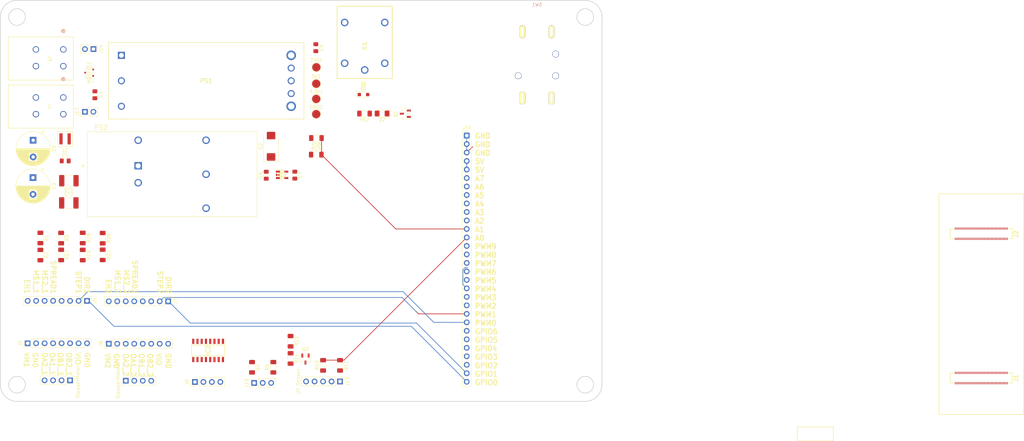
<source format=kicad_pcb>
(kicad_pcb (version 20221018) (generator pcbnew)
  (layers (0 "F.Cu" signal) (31 "B.Cu" signal) (34 "B.Paste" user) (35 "F.Paste" user) (36 "B.SilkS" user "B.Silkscreen") (37 "F.SilkS" user "F.Silkscreen") (38 "B.Mask" user) (39 "F.Mask" user) (44 "Edge.Cuts" user))
  (net 0 "")
  (net 4 "Net-(PS2-VIN)")
  (net 8 "+5V")
  (net 9 "GND")
  (net 11 "+3.3V")
  (net 12 "BATT_VIN")
  (net 13 "BATT_GND")
  (net 14 "+24V")
  (net 15 "Net-(D1-A)")
  (net 115 "VCC")
  (net 137 "GPIO_2")
  (net 139 "GPIO_3")
  (net 141 "GPIO_4")
  (net 143 "GPIO_5")
  (net 145 "GPIO_6")
  (net 146 "PWM_0")
  (net 147 "PWM_5")
  (net 148 "PWM_1")
  (net 149 "PWM_6")
  (net 150 "PWM_2")
  (net 151 "PWM_7")
  (net 152 "PWM_3")
  (net 153 "PWM_8")
  (net 154 "PWM_4")
  (net 155 "PWM_9")
  (net 158 "ANALOG_A0")
  (net 159 "ANALOG_A4")
  (net 160 "ANALOG_A1")
  (net 161 "ANALOG_A5")
  (net 162 "ANALOG_A2")
  (net 163 "ANALOG_A6")
  (net 164 "ANALOG_A3")
  (net 165 "ANALOG_A7")
  (net 170 "DIR1")
  (net 171 "SPREAD1")
  (net 172 "MS2_1")
  (net 173 "MS1_1")
  (net 174 "EN1")
  (net 175 "OA2_1")
  (net 176 "OA1_1")
  (net 177 "OB1_1")
  (net 178 "OB2_1")
  (net 179 "DIR2")
  (net 180 "OA2_2")
  (net 181 "OA1_2")
  (net 182 "OB1_2")
  (net 183 "OB2_2")
  (net 184 "Net-(D2-A)")
  (net 185 "VM")
  (net 186 "Net-(K1-COM)")
  (net 201 "Net-(J10-Pin_1)")
  (net 202 "Net-(J10-Pin_3)")
  (net 203 "Net-(J13-Pin_3)")
  (net 210 "Net-(J14-Pin_2)")
  (net 211 "Net-(J13-Pin_5)")
  (footprint "Capacitor_Tantalum_SMD:CP_EIA-7343-15_Kemet-W_Pad2.25x2.55mm_HandSolder" (layer "F.Cu") (at 147.5125 89.98 90)
    (fp_text reference "C2")
    (fp_text value "470uF, 10V")
  )
  (footprint "Connector_PinHeader_2.54mm:PinHeader_1x08_P2.54mm_Vertical" (layer "F.Cu") (at 98.955 149.07 90)
    (fp_text reference "J8")
    (fp_text value "StepperDriver4")
  )
  (footprint "Resistor_SMD:R_1206_3216Metric_Pad1.30x1.75mm_HandSolder" (layer "F.Cu") (at 153.35 148.31 -90)
    (fp_text reference "R13")
    (fp_text value "R")
  )
  (footprint "Resistor_SMD:R_1206_3216Metric_Pad1.30x1.75mm_HandSolder" (layer "F.Cu") (at 175.48 80.1925 180)
    (fp_text reference "R12")
    (fp_text value "150ohm, 0.05w, min")
  )
  (footprint "Capacitor_SMD:C_1812_4532Metric_Pad1.57x3.40mm_HandSolder" (layer "F.Cu") (at 87.0025 106.93)
    (fp_text reference "CY2")
    (fp_text value "1nF, 2kV")
  )
  (footprint "Connector_PinHeader_2.54mm:PinHeader_1x08_P2.54mm_Vertical" (layer "F.Cu") (at 116.735 136.37 -90)
    (fp_text reference "J7")
    (fp_text value "StepperDriver3")
  )
  (footprint "TLV75533PDBVR:SOT95P280X145-5N" (layer "F.Cu") (at 150.8125 98.54)
    (fp_text reference "IC1")
    (fp_text value "TLV75533PDBVR" hide)
  )
  (footprint "MC1413DR2G:SOIC127P600X175-16N" (layer "F.Cu") (at 128.67 151.07 -90)
    (fp_text reference "IC2")
    (fp_text value "MC1413DR2G" hide)
  )
  (footprint "Resistor_SMD:R_1206_3216Metric_Pad1.30x1.75mm_HandSolder" (layer "F.Cu") (at 91.16 117.425 -90)
    (fp_text reference "R18")
    (fp_text value "R")
  )
  (footprint "Connector_PinHeader_2.54mm:PinHeader_1x05_P2.54mm_Vertical" (layer "F.Cu") (at 168.15 160.35 -90)
    (fp_text reference "J13")
    (fp_text value "UT Sensor")
  )
  (footprint "TestPoint:TestPoint_Pad_D2.5mm" (layer "F.Cu") (at 161.0225 80.37)
    (fp_text reference "GND1")
    (fp_text value "TestPoint")
  )
  (footprint "Capacitor_SMD:C_0805_2012Metric_Pad1.18x1.45mm_HandSolder" (layer "F.Cu") (at 146.0725 98.64 90)
    (fp_text reference "C6")
    (fp_text value "1uF, 10V")
  )
  (footprint "XGL4018-472MEC:IND_XGL4018_COC-M" (layer "F.Cu") (at 85.8825 87.76)
    (fp_text reference "L1")
    (fp_text value "4.7uH, 3.1A (4.7UH, 3.3)")
  )
  (footprint "Connector_PinHeader_2.54mm:PinHeader_1x02_P2.54mm_Vertical" (layer "F.Cu") (at 94.3675 60.91 -90)
    (fp_text reference "J14")
    (fp_text value "BATT VIN JUMPER")
  )
  (footprint "Capacitor_THT:CP_Radial_D10.0mm_P5.00mm" (layer "F.Cu") (at 76.3325 88.182323 -90)
    (fp_text reference "C0")
    (fp_text value "330uF, 50V")
  )
  (footprint "BSS806NH6327XTSA1:BSS806NH6327XTSA1" (layer "F.Cu") (at 157.8 153.65 180)
    (fp_text reference "Q2")
    (fp_text value "BSS806NH6327XTSA1" hide)
  )
  (footprint "Connector_PinHeader_2.54mm:PinHeader_1x03_P2.54mm_Vertical" (layer "F.Cu") (at 142.46 160.79 90)
    (fp_text reference "J10")
    (fp_text value "Limit Switch")
  )
  (footprint "Resistor_SMD:R_1206_3216Metric_Pad1.30x1.75mm_HandSolder" (layer "F.Cu") (at 161.09 87.52 180)
    (fp_text reference "R16")
    (fp_text value "R")
  )
  (footprint "Capacitor_SMD:C_0805_2012Metric_Pad1.18x1.45mm_HandSolder" (layer "F.Cu") (at 94.8025 74.57 -90)
    (fp_text reference "C4")
    (fp_text value "1uF, 50v")
  )
  (footprint "Resistor_SMD:R_1206_3216Metric_Pad1.30x1.75mm_HandSolder" (layer "F.Cu") (at 163.07 155.53 90)
    (fp_text reference "R10")
    (fp_text value "R")
  )
  (footprint "Capacitor_SMD:C_0805_2012Metric_Pad1.18x1.45mm_HandSolder" (layer "F.Cu") (at 154.6125 98.62 -90)
    (fp_text reference "C7")
    (fp_text value "1uF, 10V")
  )
  (footprint "TestPoint:TestPoint_Pad_D2.5mm" (layer "F.Cu") (at 161.0225 75.82)
    (fp_text reference "3.3V1")
    (fp_text value "TestPoint")
  )
  (footprint "DF40HC(3.5)-80DS-0.4V(51):DF40HC3580DS04V58" (layer "F.Cu") (at 360.01 159.32)
    (fp_text reference "J1")
    (fp_text value "DF40HC3.5-80DS-0.4V51" hide)
  )
  (footprint "Resistor_SMD:R_1206_3216Metric_Pad1.30x1.75mm_HandSolder" (layer "F.Cu") (at 84.7 117.45 -90)
    (fp_text reference "R3")
    (fp_text value "R")
  )
  (footprint "PYBE20-Q24-S5:CONV_PYBE20-Q24-S5" (layer "F.Cu") (at 117.91 98.35)
    (fp_text reference "PS2")
    (fp_text value "PYBE20-Q24-S5")
  )
  (footprint "BSS806NH6327XTSA1:BSS806NH6327XTSA1" (layer "F.Cu") (at 187.68 80.2425 90)
    (fp_text reference "Q1")
    (fp_text value "BSS806NH6327XTSA1" hide)
  )
  (footprint "Resistor_SMD:R_1206_3216Metric_Pad1.30x1.75mm_HandSolder" (layer "F.Cu") (at 78.49 117.42 -90)
    (fp_text reference "R1")
    (fp_text value "R")
  )
  (footprint "Connector_PinHeader_2.54mm:PinHeader_1x08_P2.54mm_Vertical" (layer "F.Cu") (at 74.68 148.93 90)
    (fp_text reference "J6")
    (fp_text value "StepperDriver2")
  )
  (footprint "Connector_PinHeader_2.54mm:PinHeader_1x30_P2.54mm_Vertical" (layer "F.Cu") (at 206.05 86.78)
    (fp_text reference "J16")
    (fp_text value "Conn_01x30_Pin")
  )
  (footprint "Connector_PinHeader_2.54mm:PinHeader_1x04_P2.54mm_Vertical" (layer "F.Cu") (at 124.72 160.5 90)
    (fp_text reference "J9")
    (fp_text value "STATE LED")
  )
  (footprint "SSM3J355R_LF:SOT-23F_TOS" (layer "F.Cu") (at 93.0925 67.959999 90)
    (fp_text reference "MOSFET1")
    (fp_text value "SSM3J355R_LF")
  )
  (footprint "Connector_PinHeader_2.54mm:PinHeader_1x04_P2.54mm_Vertical" (layer "F.Cu") (at 104.045 160.133572 90)
    (fp_text reference "StepperMotor2")
    (fp_text value "StepperMotor2")
  )
  (footprint "Diode_SMD:D_1206_3216Metric_Pad1.42x1.75mm_HandSolder" (layer "F.Cu") (at 180.7275 80.1825 180)
    (fp_text reference "D2")
    (fp_text value "QTLP650C2TR")
  )
  (footprint "Diode_SMD:D_SOD-323_HandSoldering" (layer "F.Cu") (at 175.17 74.5125)
    (fp_text reference "D1")
    (fp_text value "BAT20JFILM")
  )
  (footprint "TestPoint:TestPoint_Pad_D2.5mm" (layer "F.Cu") (at 161.0225 71.27)
    (fp_text reference "5V1")
    (fp_text value "TestPoint")
  )
  (footprint "UWE-245-Q12PB-C:UWE245Q12PBC" (layer "F.Cu") (at 102.7325 62.78)
    (fp_text reference "PS1")
    (fp_text value "UWE-24_5-Q12PB-C" hide)
  )
  (footprint "Capacitor_SMD:C_1812_4532Metric_Pad1.57x3.40mm_HandSolder" (layer "F.Cu") (at 87.0225 100.29 180)
    (fp_text reference "CY1")
    (fp_text value "1nF, 2kV")
  )
  (footprint "Resistor_SMD:R_1206_3216Metric_Pad1.30x1.75mm_HandSolder" (layer "F.Cu") (at 161.03 92.48)
    (fp_text reference "R15")
    (fp_text value "R")
  )
  (footprint "Resistor_SMD:R_1206_3216Metric_Pad1.30x1.75mm_HandSolder" (layer "F.Cu") (at 97.13 117.48 -90)
    (fp_text reference "R20")
    (fp_text value "R")
  )
  (footprint "Resistor_SMD:R_1206_3216Metric_Pad1.30x1.75mm_HandSolder" (layer "F.Cu") (at 78.49 122.53 -90)
    (fp_text reference "R2")
    (fp_text value "R")
  )
  (footprint "Connector_PinHeader_2.54mm:PinHeader_1x04_P2.54mm_Vertical" (layer "F.Cu") (at 87.37 160.02 -90)
    (fp_text reference "StepperMotor1")
    (fp_text value "StepperMotor1")
  )
  (footprint "2604-1102:2604-1102" (layer "F.Cu") (at 85.352499 61.01 -90)
    (fp_text reference "J3")
    (fp_text value "+BATT")
  )
  (footprint "2604-1102:2604-1102" (layer "F.Cu") (at 85.352499 75.379899 -90)
    (fp_text reference "J4")
    (fp_text value "-BATT")
  )
  (footprint "G5LE-14-DC5:G5LE-14_SPDT" (layer "F.Cu") (at 181.53 65.15 90)
    (fp_text reference "K1")
    (fp_text value "G5LE-14-DC5" hide)
  )
  (footprint "TestPoint:TestPoint_Pad_D2.5mm" (layer "F.Cu") (at 161.0625 66.35)
    (fp_text reference "24V1")
    (fp_text value "TestPoint")
  )
  (footprint "Connector_PinHeader_2.54mm:PinHeader_1x08_P2.54mm_Vertical" (layer "F.Cu") (at 92.46 136.23 -90)
    (fp_text reference "J5")
    (fp_text value "StepperDriver1")
  )
  (footprint "Capacitor_SMD:C_0805_2012Metric_Pad1.18x1.45mm_HandSolder" (layer "F.Cu") (at 85.9225 94.36)
    (fp_text reference "C1")
    (fp_text value "1uF, 50v")
  )
  (footprint "Resistor_SMD:R_1206_3216Metric_Pad1.30x1.75mm_HandSolder" (layer "F.Cu") (at 91.16 122.525 -90)
    (fp_text reference "R19")
    (fp_text value "R")
  )
  (footprint "Connector_PinHeader_2.54mm:PinHeader_1x02_P2.54mm_Vertical" (layer "F.Cu") (at 91.8175 79.67 90)
    (fp_text reference "J17")
    (fp_text value "GND JUMPER")
  )
  (footprint "Resistor_SMD:R_1206_3216Metric_Pad1.30x1.75mm_HandSolder" (layer "F.Cu") (at 84.7 122.5 -90)
    (fp_text reference "R17")
    (fp_text value "R")
  )
  (footprint "Capacitor_THT:CP_Radial_D10.0mm_P5.00mm" (layer "F.Cu") (at 76.2825 99.372323 -90)
    (fp_text reference "C3")
    (fp_text value "330uF, 50V")
  )
  (footprint "DF40HC(3.5)-80DS-0.4V(51):DF40HC3580DS04V58" (layer "F.Cu") (at 360.01 116.14)
    (fp_text reference "J2")
    (fp_text value "DF40HC3.5-80DS-0.4V51" hide)
  )
  (footprint "Resistor_SMD:R_1206_3216Metric_Pad1.30x1.75mm_HandSolder" (layer "F.Cu") (at 153.35 153.46 -90)
    (fp_text reference "R14")
    (fp_text value "R")
  )
  (footprint "Resistor_SMD:R_1206_3216Metric_Pad1.30x1.75mm_HandSolder" (layer "F.Cu") (at 148.19 156.1 90)
    (fp_text reference "R5")
    (fp_text value "R")
  )
  (footprint "Resistor_SMD:R_1206_3216Metric_Pad1.30x1.75mm_HandSolder" (layer "F.Cu") (at 168.15 155.53 -90)
    (fp_text reference "R11")
    (fp_text value "R")
  )
  (footprint "Capacitor_SMD:C_0805_2012Metric_Pad1.18x1.45mm_HandSolder" (layer "F.Cu") (at 160.9025 60.49 -90)
    (fp_text reference "C5")
    (fp_text value "1uF, 50v")
  )
  (footprint "Resistor_SMD:R_1206_3216Metric_Pad1.30x1.75mm_HandSolder" (layer "F.Cu") (at 97.13 122.47 -90)
    (fp_text reference "R21")
    (fp_text value "R")
  )
  (footprint "Resistor_SMD:R_1206_3216Metric_Pad1.30x1.75mm_HandSolder" (layer "F.Cu") (at 141.82 156.1 -90)
    (fp_text reference "R4")
    (fp_text value "10k")
  )
  (footprint "XA1E-BV302-R:XA1E-BV302-R" (layer "B.Cu") (at 227.06 65.64 180)
    (fp_text reference "SW1")
    (fp_text value "XA1E-BV302-R")
  )
  (gr_rect (start 347.31 104.21) (end 372.71 170.25) (stroke (width 0.2)) (fill none) (layer "F.SilkS"))
  (gr_rect (start 315.74 178.14) (end 304.95 173.94) (stroke (width 0.2)) (fill none) (layer "F.SilkS"))
  (gr_line (start 66.51 161.32) (end 66.51 51.32) (stroke (width 0.2)) (layer "Edge.Cuts"))
  (gr_circle (center 71.51 161.32) (end 74.01 161.32) (stroke (width 0.2)) (fill none) (layer "Edge.Cuts"))
  (gr_arc (start 71.51 166.32) (mid 67.974466 164.855534) (end 66.51 161.32) (stroke (width 0.2)) (layer "Edge.Cuts"))
  (gr_arc (start 66.51 51.32) (mid 67.974466 47.784466) (end 71.51 46.32) (stroke (width 0.2)) (layer "Edge.Cuts"))
  (gr_circle (center 246.51 166.32) (end 246.52 166.32) (stroke (width 0.0001)) (fill solid) (layer "Edge.Cuts"))
  (gr_arc (start 241.51 46.32) (mid 245.045534 47.784466) (end 246.51 51.32) (stroke (width 0.2)) (layer "Edge.Cuts"))
  (gr_circle (center 241.51 51.32) (end 244.01 51.32) (stroke (width 0.2)) (fill none) (layer "Edge.Cuts"))
  (gr_circle (center 241.51 161.32) (end 244.01 161.32) (stroke (width 0.2)) (fill none) (layer "Edge.Cuts"))
  (gr_line (start 246.51 161.32) (end 246.51 51.32) (stroke (width 0.2)) (layer "Edge.Cuts"))
  (gr_circle (center 71.51 51.32) (end 74.01 51.32) (stroke (width 0.2)) (fill none) (layer "Edge.Cuts"))
  (gr_line (start 71.51 166.32) (end 241.51 166.32) (stroke (width 0.2)) (layer "Edge.Cuts"))
  (gr_circle (center 66.51 166.32) (end 66.52 166.32) (stroke (width 0.0001)) (fill solid) (layer "Edge.Cuts"))
  (gr_line (start 71.51 46.32) (end 241.51 46.32) (stroke (width 0.2)) (layer "Edge.Cuts"))
  (gr_arc (start 246.51 161.32) (mid 245.045534 164.855534) (end 241.51 166.32) (stroke (width 0.2)) (layer "Edge.Cuts"))
  (gr_circle (center 66.51 46.32) (end 66.52 46.32) (stroke (width 0.0001)) (fill solid) (layer "Edge.Cuts"))
  (gr_text "OA1_2" (at 105.415 151.75 -90) (layer "F.SilkS") (effects (font (size 1.5 1.5) (thickness 0.3) bold) (justify left bottom)))
  (gr_text "DIR1" (at 91.53 128.797142 -90) (layer "F.SilkS") (effects (font (size 1.5 1.5) (thickness 0.3) bold) (justify left bottom)))
  (gr_text "MS1_2" (at 100.725 126.764287 -90) (layer "F.SilkS") (effects (font (size 1.5 1.5) (thickness 0.3) bold) (justify left bottom)))
  (gr_text "STEP1" (at 89.02 127.082857 -90) (layer "F.SilkS") (effects (font (size 1.5 1.5) (thickness 0.3) bold) (justify left bottom)))
  (gr_text "VIO" (at 88.77 151.49 -90) (layer "F.SilkS") (effects (font (size 1.5 1.5) (thickness 0.3) bold) (justify left bottom)))
  (gr_text "DIR2" (at 115.925 128.764286 -90) (layer "F.SilkS") (effects (font (size 1.5 1.5) (thickness 0.3) bold) (justify left bottom)))
  (gr_text "EN1" (at 73.61 129.582856 -90) (layer "F.SilkS") (effects (font (size 1.5 1.5) (thickness 0.3) bold) (justify left bottom)))
  (gr_text "OB1_2" (at 107.865 151.75 -90) (layer "F.SilkS") (effects (font (size 1.5 1.5) (thickness 0.3) bold) (justify left bottom)))
  (gr_text "SPREAD1" (at 81.47 123.94 -90) (layer "F.SilkS") (effects (font (size 1.5 1.5) (thickness 0.3) bold) (justify left bottom)))
  (gr_text "GND\nGND\nGND\n5V\n5V\nA7\nA6\nA5\nA4\nA3\nA2\nA1\nA0\nPWM9\nPWM8\nPWM7\nPWM6\nPWM5\nPWM4\nPWM3\nPWM2\nPWM1\nPWM0\nGPIO6\nGPIO5\nGPI04\nGPIO3\nGPIO2\nGPIO1\nGPIO0" (at 208.37 161.6) (layer "F.SilkS") (effects (font (size 1.58 1.5) (thickness 0.3) bold) (justify left bottom)))
  (gr_text "OB1_1" (at 83.62 151.49 -90) (layer "F.SilkS") (effects (font (size 1.5 1.5) (thickness 0.3) bold) (justify left bottom)))
  (gr_text "GND" (at 76.07 151.49 -90) (layer "F.SilkS") (effects (font (size 1.5 1.5) (thickness 0.3) bold) (justify left bottom)))
  (gr_text "MS2_1" (at 78.96 126.797143 -90) (layer "F.SilkS") (effects (font (size 1.5 1.5) (thickness 0.3) bold) (justify left bottom)))
  (gr_text "OB2_2" (at 110.425 151.75 -90) (layer "F.SilkS") (effects (font (size 1.5 1.5) (thickness 0.3) bold) (justify left bottom)))
  (gr_text "VIO" (at 113.015 151.75 -90) (layer "F.SilkS") (effects (font (size 1.5 1.5) (thickness 0.3) bold) (justify left bottom)))
  (gr_text "OA1_1" (at 81.17 151.49 -90) (layer "F.SilkS") (effects (font (size 1.5 1.5) (thickness 0.3) bold) (justify left bottom)))
  (gr_text "GND" (at 115.885 151.75 -90) (layer "F.SilkS") (effects (font (size 1.5 1.5) (thickness 0.3) bold) (justify left bottom)))
  (gr_text "OB2_1" (at 86.18 151.49 -90) (layer "F.SilkS") (effects (font (size 1.5 1.5) (thickness 0.3) bold) (justify left bottom)))
  (gr_text "EN2" (at 98.005 129.55 -90) (layer "F.SilkS") (effects (font (size 1.5 1.5) (thickness 0.3) bold) (justify left bottom)))
  (gr_text "OA2_1" (at 78.88 151.49 -90) (layer "F.SilkS") (effects (font (size 1.5 1.5) (thickness 0.3) bold) (justify left bottom)))
  (gr_text "SPREAD2" (at 105.865 123.907144 -90) (layer "F.SilkS") (effects (font (size 1.5 1.5) (thickness 0.3) bold) (justify left bottom)))
  (gr_text "GND" (at 91.64 151.49 -90) (layer "F.SilkS") (effects (font (size 1.5 1.5) (thickness 0.3) bold) (justify left bottom)))
  (gr_text "STEP2" (at 113.415 127.050001 -90) (layer "F.SilkS") (effects (font (size 1.5 1.5) (thickness 0.3) bold) (justify left bottom)))
  (gr_text "MS2_2" (at 103.355 126.764287 -90) (layer "F.SilkS") (effects (font (size 1.5 1.5) (thickness 0.3) bold) (justify left bottom)))
  (gr_text "VM2" (at 97.705 151.75 -90) (layer "F.SilkS") (effects (font (size 1.5 1.5) (thickness 0.3) bold) (justify left bottom)))
  (gr_text "MS1_1" (at 76.33 126.797143 -90) (layer "F.SilkS") (effects (font (size 1.5 1.5) (thickness 0.3) bold) (justify left bottom)))
  (gr_text "VM1" (at 73.46 151.49 -90) (layer "F.SilkS") (effects (font (size 1.5 1.5) (thickness 0.3) bold) (justify left bottom)))
  (gr_text "GND" (at 100.315 151.75 -90) (layer "F.SilkS") (effects (font (size 1.5 1.5) (thickness 0.3) bold) (justify left bottom)))
  (gr_text "OA2_2" (at 103.125 151.75 -90) (layer "F.SilkS") (effects (font (size 1.5 1.5) (thickness 0.3) bold) (justify left bottom)))
  (segment (start 206.05 94.4) (end 206.05 96.94) (width 0.2) (layer "B.Cu") (net 8))
  (segment (start 207.86 90.05) (end 206.05 91.86) (width 0.2) (layer "F.Cu") (net 9))
  (segment (start 206.05 91.86) (end 206.05 89.32) (width 0.2) (layer "B.Cu") (net 9))
  (segment (start 206.05 86.78) (end 206.05 89.32) (width 0.2) (layer "B.Cu") (net 9))
  (segment (start 92.66 133.49) (end 187.01 133.49) (width 0.2) (layer "B.Cu") (net 146))
  (segment (start 187.01 133.49) (end 196.18 142.66) (width 0.2) (layer "B.Cu") (net 146))
  (segment (start 89.92 136.23) (end 92.66 133.49) (width 0.2) (layer "B.Cu") (net 146))
  (segment (start 196.18 142.66) (end 206.05 142.66) (width 0.2) (layer "B.Cu") (net 146))
  (segment (start 190.88 139.39) (end 191.61 140.12) (width 0.2) (layer "F.Cu") (net 148))
  (segment (start 191.61 140.12) (end 206.05 140.12) (width 0.2) (layer "F.Cu") (net 148))
  (via (at 190.88 139.39) (size 0.3) (drill 0.1) (layers "F.Cu" "B.Cu") (net 148))
  (segment (start 186.71 135.22) (end 190.88 139.39) (width 0.2) (layer "B.Cu") (net 148))
  (segment (start 114.195 136.37) (end 115.345 135.22) (width 0.2) (layer "B.Cu") (net 148))
  (segment (start 115.345 135.22) (end 186.71 135.22) (width 0.2) (layer "B.Cu") (net 148))
  (segment (start 204.9 131.35) (end 204.9 126.943654) (width 0.2) (layer "B.Cu") (net 154))
  (segment (start 204.9 126.943654) (end 205.573654 126.27) (width 0.2) (layer "B.Cu") (net 154))
  (segment (start 206.05 132.5) (end 204.9 131.35) (width 0.2) (layer "B.Cu") (net 154))
  (segment (start 205.573654 126.27) (end 206.29 126.27) (width 0.2) (layer "B.Cu") (net 154))
  (segment (start 169.33 153.98) (end 168.15 153.98) (width 0.2) (layer "F.Cu") (net 158))
  (segment (start 168.15 153.98) (end 163.07 153.98) (width 0.2) (layer "F.Cu") (net 158))
  (segment (start 206.05 117.26) (end 169.33 153.98) (width 0.2) (layer "F.Cu") (net 158))
  (segment (start 184.82 114.72) (end 162.58 92.48) (width 0.2) (layer "F.Cu") (net 160))
  (segment (start 206.05 114.72) (end 184.82 114.72) (width 0.2) (layer "F.Cu") (net 160))
  (segment (start 162.64 87.52) (end 162.64 92.42) (width 0.2) (layer "F.Cu") (net 160))
  (segment (start 162.64 92.42) (end 162.58 92.48) (width 0.2) (layer "F.Cu") (net 160))
  (segment (start 189.46 143.85) (end 100.51 143.85) (width 0.2) (layer "B.Cu") (net 170))
  (segment (start 100.51 143.85) (end 92.89 136.23) (width 0.2) (layer "B.Cu") (net 170))
  (segment (start 92.89 136.23) (end 92.46 136.23) (width 0.2) (layer "B.Cu") (net 170))
  (segment (start 206.05 160.44) (end 189.46 143.85) (width 0.2) (layer "B.Cu") (net 170))
  (segment (start 206.05 157.9) (end 191.03 142.88) (width 0.2) (layer "B.Cu") (net 179))
  (segment (start 123.34 142.88) (end 116.83 136.37) (width 0.2) (layer "B.Cu") (net 179))
  (segment (start 191.03 142.88) (end 123.34 142.88) (width 0.2) (layer "B.Cu") (net 179))
  (segment (start 116.83 136.37) (end 116.735 136.37) (width 0.2) (layer "B.Cu") (net 179))
)
</source>
